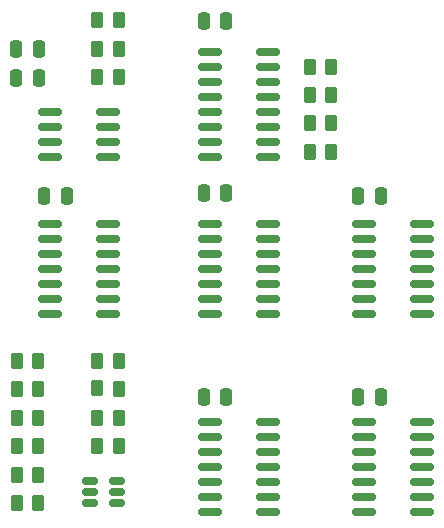
<source format=gbr>
%TF.GenerationSoftware,KiCad,Pcbnew,9.0.4*%
%TF.CreationDate,2025-09-17T11:37:43+01:00*%
%TF.ProjectId,PinCheck-4,50696e43-6865-4636-9b2d-342e6b696361,rev?*%
%TF.SameCoordinates,Original*%
%TF.FileFunction,Paste,Bot*%
%TF.FilePolarity,Positive*%
%FSLAX46Y46*%
G04 Gerber Fmt 4.6, Leading zero omitted, Abs format (unit mm)*
G04 Created by KiCad (PCBNEW 9.0.4) date 2025-09-17 11:37:43*
%MOMM*%
%LPD*%
G01*
G04 APERTURE LIST*
G04 Aperture macros list*
%AMRoundRect*
0 Rectangle with rounded corners*
0 $1 Rounding radius*
0 $2 $3 $4 $5 $6 $7 $8 $9 X,Y pos of 4 corners*
0 Add a 4 corners polygon primitive as box body*
4,1,4,$2,$3,$4,$5,$6,$7,$8,$9,$2,$3,0*
0 Add four circle primitives for the rounded corners*
1,1,$1+$1,$2,$3*
1,1,$1+$1,$4,$5*
1,1,$1+$1,$6,$7*
1,1,$1+$1,$8,$9*
0 Add four rect primitives between the rounded corners*
20,1,$1+$1,$2,$3,$4,$5,0*
20,1,$1+$1,$4,$5,$6,$7,0*
20,1,$1+$1,$6,$7,$8,$9,0*
20,1,$1+$1,$8,$9,$2,$3,0*%
G04 Aperture macros list end*
%ADD10RoundRect,0.150000X0.825000X0.150000X-0.825000X0.150000X-0.825000X-0.150000X0.825000X-0.150000X0*%
%ADD11RoundRect,0.250000X-0.250000X-0.475000X0.250000X-0.475000X0.250000X0.475000X-0.250000X0.475000X0*%
%ADD12RoundRect,0.250000X-0.262500X-0.450000X0.262500X-0.450000X0.262500X0.450000X-0.262500X0.450000X0*%
%ADD13RoundRect,0.150000X-0.512500X-0.150000X0.512500X-0.150000X0.512500X0.150000X-0.512500X0.150000X0*%
%ADD14RoundRect,0.250000X0.262500X0.450000X-0.262500X0.450000X-0.262500X-0.450000X0.262500X-0.450000X0*%
G04 APERTURE END LIST*
D10*
%TO.C,U4*%
X155131845Y-91110000D03*
X155131845Y-92380000D03*
X155131845Y-93650000D03*
X155131845Y-94920000D03*
X155131845Y-96190000D03*
X155131845Y-97460000D03*
X155131845Y-98730000D03*
X155131845Y-100000000D03*
X150181845Y-100000000D03*
X150181845Y-98730000D03*
X150181845Y-97460000D03*
X150181845Y-96190000D03*
X150181845Y-94920000D03*
X150181845Y-93650000D03*
X150181845Y-92380000D03*
X150181845Y-91110000D03*
%TD*%
%TO.C,U9*%
X168185000Y-105660000D03*
X168185000Y-106930000D03*
X168185000Y-108200000D03*
X168185000Y-109470000D03*
X168185000Y-110740000D03*
X168185000Y-112010000D03*
X168185000Y-113280000D03*
X163235000Y-113280000D03*
X163235000Y-112010000D03*
X163235000Y-110740000D03*
X163235000Y-109470000D03*
X163235000Y-108200000D03*
X163235000Y-106930000D03*
X163235000Y-105660000D03*
%TD*%
D11*
%TO.C,C7*%
X133830000Y-90858125D03*
X135730000Y-90858125D03*
%TD*%
%TO.C,C12*%
X149706845Y-120290000D03*
X151606845Y-120290000D03*
%TD*%
D12*
%TO.C,R14*%
X158647500Y-99555000D03*
X160472500Y-99555000D03*
%TD*%
D11*
%TO.C,C13*%
X162760000Y-103272500D03*
X164660000Y-103272500D03*
%TD*%
D13*
%TO.C,U8*%
X140072500Y-129310000D03*
X140072500Y-128360000D03*
X140072500Y-127410000D03*
X142347500Y-127410000D03*
X142347500Y-128360000D03*
X142347500Y-129310000D03*
%TD*%
D10*
%TO.C,U6*%
X168185000Y-122417500D03*
X168185000Y-123687500D03*
X168185000Y-124957500D03*
X168185000Y-126227500D03*
X168185000Y-127497500D03*
X168185000Y-128767500D03*
X168185000Y-130037500D03*
X163235000Y-130037500D03*
X163235000Y-128767500D03*
X163235000Y-127497500D03*
X163235000Y-126227500D03*
X163235000Y-124957500D03*
X163235000Y-123687500D03*
X163235000Y-122417500D03*
%TD*%
D12*
%TO.C,R9*%
X140667500Y-90828125D03*
X142492500Y-90828125D03*
%TD*%
D14*
%TO.C,R8*%
X135672500Y-119652500D03*
X133847500Y-119652500D03*
%TD*%
%TO.C,R19*%
X142492500Y-124468750D03*
X140667500Y-124468750D03*
%TD*%
D12*
%TO.C,R4*%
X133847500Y-124468750D03*
X135672500Y-124468750D03*
%TD*%
D11*
%TO.C,C15*%
X149706845Y-103070000D03*
X151606845Y-103070000D03*
%TD*%
%TO.C,C6*%
X133830000Y-93266250D03*
X135730000Y-93266250D03*
%TD*%
D12*
%TO.C,R5*%
X133847500Y-126876875D03*
X135672500Y-126876875D03*
%TD*%
%TO.C,R12*%
X158647500Y-92330625D03*
X160472500Y-92330625D03*
%TD*%
D11*
%TO.C,C14*%
X136177500Y-103260000D03*
X138077500Y-103260000D03*
%TD*%
D10*
%TO.C,U11*%
X155131845Y-105660000D03*
X155131845Y-106930000D03*
X155131845Y-108200000D03*
X155131845Y-109470000D03*
X155131845Y-110740000D03*
X155131845Y-112010000D03*
X155131845Y-113280000D03*
X150181845Y-113280000D03*
X150181845Y-112010000D03*
X150181845Y-110740000D03*
X150181845Y-109470000D03*
X150181845Y-108200000D03*
X150181845Y-106930000D03*
X150181845Y-105660000D03*
%TD*%
D12*
%TO.C,R6*%
X133847500Y-129285000D03*
X135672500Y-129285000D03*
%TD*%
%TO.C,R11*%
X158647500Y-94738750D03*
X160472500Y-94738750D03*
%TD*%
D11*
%TO.C,C9*%
X149706845Y-88450000D03*
X151606845Y-88450000D03*
%TD*%
D10*
%TO.C,U7*%
X155131845Y-122417500D03*
X155131845Y-123687500D03*
X155131845Y-124957500D03*
X155131845Y-126227500D03*
X155131845Y-127497500D03*
X155131845Y-128767500D03*
X155131845Y-130037500D03*
X150181845Y-130037500D03*
X150181845Y-128767500D03*
X150181845Y-127497500D03*
X150181845Y-126227500D03*
X150181845Y-124957500D03*
X150181845Y-123687500D03*
X150181845Y-122417500D03*
%TD*%
D12*
%TO.C,R13*%
X158647500Y-97146875D03*
X160472500Y-97146875D03*
%TD*%
D14*
%TO.C,R17*%
X142492500Y-119652500D03*
X140667500Y-119569583D03*
%TD*%
%TO.C,R7*%
X135672500Y-117244375D03*
X133847500Y-117244375D03*
%TD*%
D10*
%TO.C,U3*%
X141602500Y-96150000D03*
X141602500Y-97420000D03*
X141602500Y-98690000D03*
X141602500Y-99960000D03*
X136652500Y-99960000D03*
X136652500Y-98690000D03*
X136652500Y-97420000D03*
X136652500Y-96150000D03*
%TD*%
D14*
%TO.C,R16*%
X142492500Y-117244375D03*
X140667500Y-117244375D03*
%TD*%
D10*
%TO.C,U10*%
X141602500Y-105660000D03*
X141602500Y-106930000D03*
X141602500Y-108200000D03*
X141602500Y-109470000D03*
X141602500Y-110740000D03*
X141602500Y-112010000D03*
X141602500Y-113280000D03*
X136652500Y-113280000D03*
X136652500Y-112010000D03*
X136652500Y-110740000D03*
X136652500Y-109470000D03*
X136652500Y-108200000D03*
X136652500Y-106930000D03*
X136652500Y-105660000D03*
%TD*%
D14*
%TO.C,R2*%
X142492500Y-88420000D03*
X140667500Y-88420000D03*
%TD*%
D11*
%TO.C,C11*%
X162760000Y-120290000D03*
X164660000Y-120290000D03*
%TD*%
D14*
%TO.C,R10*%
X142492500Y-93236250D03*
X140667500Y-93236250D03*
%TD*%
%TO.C,R18*%
X142492500Y-122060625D03*
X140667500Y-122060625D03*
%TD*%
D12*
%TO.C,R3*%
X133847500Y-122060625D03*
X135672500Y-122060625D03*
%TD*%
M02*

</source>
